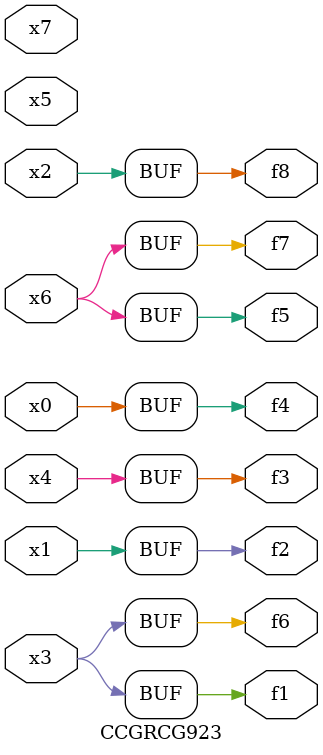
<source format=v>
module CCGRCG923(
	input x0, x1, x2, x3, x4, x5, x6, x7,
	output f1, f2, f3, f4, f5, f6, f7, f8
);
	assign f1 = x3;
	assign f2 = x1;
	assign f3 = x4;
	assign f4 = x0;
	assign f5 = x6;
	assign f6 = x3;
	assign f7 = x6;
	assign f8 = x2;
endmodule

</source>
